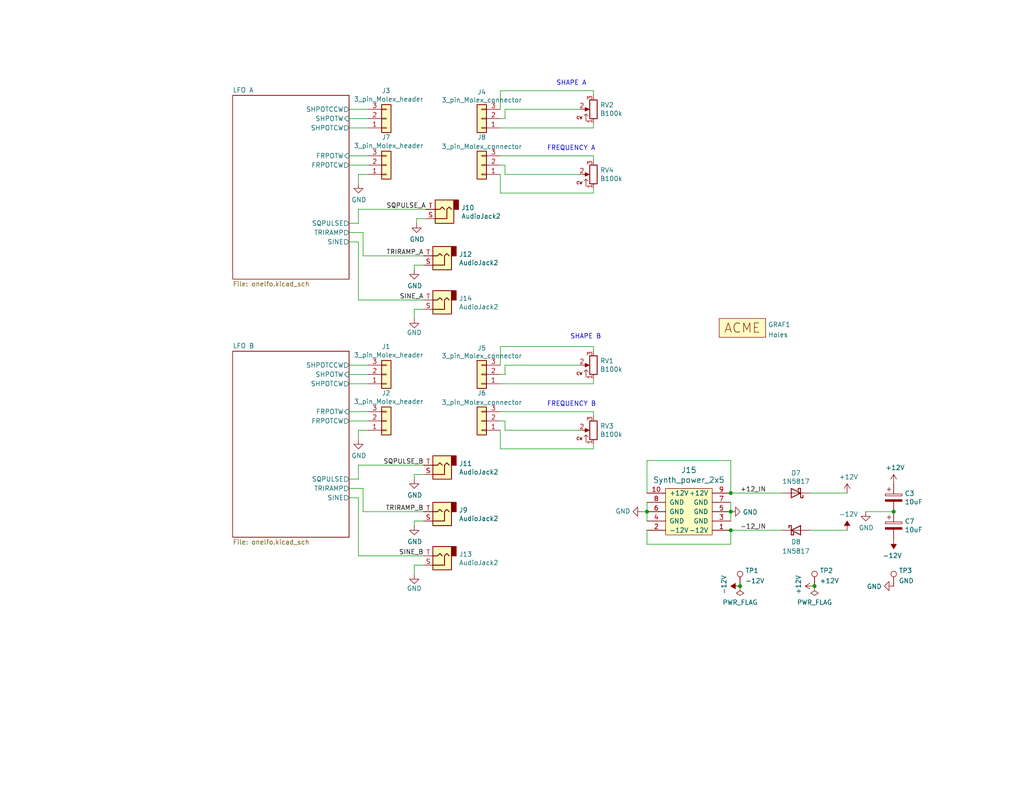
<source format=kicad_sch>
(kicad_sch (version 20211123) (generator eeschema)
  (paper "USLetter")
  (title_block (title "Variable waveshape LFO") (date "2022-03-28") (company "Rich Holmes / Analog Output") (comment 1 "Core based on https://kassu2000.blogspot.com/2015/10/variable-waveshape-lfo.html"))
  (lib_symbols
    (symbol "Connector:AudioJack2"
      (property "Reference" "J" (at 0 8.89 0))
      (property "Value" "AudioJack2" (at 0 6.35 0))
      (symbol "AudioJack2_0_1"
        (rectangle (start -3.81 0) (end -2.54 -2.54) (stroke (width 0.254)) (fill (type outline)))
        (rectangle (start -2.54 3.81) (end 2.54 -2.54) (stroke (width 0.254)) (fill (type background)))
        (polyline (pts (xy 0 0) (xy 0.635 -0.635) (xy 1.27 0) (xy 2.54 0)) (stroke (width 0.254)))
        (polyline (pts (xy 2.54 2.54) (xy -0.635 2.54) (xy -0.635 0) (xy -1.27 -0.635) (xy -1.905 0)) (stroke (width 0.254)))
      )
      (symbol "AudioJack2_1_1"
        (pin passive line (at 5.08 2.54 180) (length 2.54) (name "~") (number "S"))
        (pin passive line (at 5.08 0 180) (length 2.54) (name "~") (number "T"))
      )
    )
    (symbol "Device:D_Schottky" (pin_numbers hide) (pin_names (offset 1.016) hide)
      (property "Reference" "D" (at 0 2.54 0))
      (property "Value" "D_Schottky" (at 0 -2.54 0))
      (symbol "D_Schottky_0_1"
        (polyline (pts (xy 1.27 0) (xy -1.27 0)))
        (polyline (pts (xy 1.27 1.27) (xy 1.27 -1.27) (xy -1.27 0) (xy 1.27 1.27)) (stroke (width 0.254)))
        (polyline (pts (xy -1.905 0.635) (xy -1.905 1.27) (xy -1.27 1.27) (xy -1.27 -1.27) (xy -0.635 -1.27) (xy -0.635 -0.635)) (stroke (width 0.254)))
      )
      (symbol "D_Schottky_1_1"
        (pin passive line (at -3.81 0 0) (length 2.54) (name "K") (number "1"))
        (pin passive line (at 3.81 0 180) (length 2.54) (name "A") (number "2"))
      )
    )
    (symbol "ao_symbols:3_pin_Molex_connector" (pin_names (offset 1.016) hide) (on_board no)
      (property "Reference" "J" (at 0 5.08 0))
      (property "Value" "3_pin_Molex_connector" (at 0 -5.08 0))
      (symbol "3_pin_Molex_connector_1_1"
        (rectangle (start -1.27 -2.413) (end 0 -2.667) (stroke (width 0.1524)))
        (rectangle (start -1.27 0.127) (end 0 -0.127) (stroke (width 0.1524)))
        (rectangle (start -1.27 2.667) (end 0 2.413) (stroke (width 0.1524)))
        (rectangle (start -1.27 3.81) (end 1.27 -3.81) (stroke (width 0.254)) (fill (type background)))
        (pin passive line (at -5.08 2.54 0) (length 3.81) (name "Pin_1") (number "1"))
        (pin passive line (at -5.08 0 0) (length 3.81) (name "Pin_2") (number "2"))
        (pin passive line (at -5.08 -2.54 0) (length 3.81) (name "Pin_3") (number "3"))
      )
    )
    (symbol "ao_symbols:3_pin_Molex_header" (pin_names (offset 1.016) hide)
      (property "Reference" "J" (at 0 5.08 0))
      (property "Value" "3_pin_Molex_header" (at 0 -5.08 0))
      (symbol "3_pin_Molex_header_1_1"
        (rectangle (start -1.27 -2.413) (end 0 -2.667) (stroke (width 0.1524)))
        (rectangle (start -1.27 0.127) (end 0 -0.127) (stroke (width 0.1524)))
        (rectangle (start -1.27 2.667) (end 0 2.413) (stroke (width 0.1524)))
        (rectangle (start -1.27 3.81) (end 1.27 -3.81) (stroke (width 0.254)) (fill (type background)))
        (pin passive line (at -5.08 2.54 0) (length 3.81) (name "Pin_1") (number "1"))
        (pin passive line (at -5.08 0 0) (length 3.81) (name "Pin_2") (number "2"))
        (pin passive line (at -5.08 -2.54 0) (length 3.81) (name "Pin_3") (number "3"))
      )
    )
    (symbol "ao_symbols:CP" (pin_numbers hide) (pin_names (offset 0.254))
      (property "Reference" "C" (at 0.635 2.54 0))
      (property "Value" "CP" (at 0.635 -2.54 0))
      (symbol "CP_0_1"
        (rectangle (start -2.286 0.508) (end 2.286 1.016))
        (polyline (pts (xy -1.778 2.286) (xy -0.762 2.286)))
        (polyline (pts (xy -1.27 2.794) (xy -1.27 1.778)))
        (rectangle (start 2.286 -0.508) (end -2.286 -1.016) (fill (type outline)))
      )
      (symbol "CP_1_1"
        (pin passive line (at 0 3.81 270) (length 2.794) (name "~") (number "1"))
        (pin passive line (at 0 -3.81 90) (length 2.794) (name "~") (number "2"))
      )
    )
    (symbol "ao_symbols:Graphic" (pin_names (offset 1.016)) (in_bom no)
      (property "Reference" "GRAF" (at 0 -3.81 0))
      (property "Value" "Graphic" (at 0 3.81 0))
      (symbol "Graphic_0_0"
        (rectangle (start -6.35 2.54) (end 6.35 -2.54) (fill (type background)))
        (text "ACME" (at 0 0 0) (effects (font (size 2.54 2.54))))
      )
    )
    (symbol "ao_symbols:R_POT" (pin_names (offset 1.016) hide)
      (property "Reference" "RV" (at -4.445 0 90))
      (property "Value" "R_POT" (at -2.54 0 90))
      (symbol "R_POT_0_0"
        (text "CW" (at 3.81 -2.286 0) (effects (font (size 0.762 0.762))))
      )
      (symbol "R_POT_0_1"
        (rectangle (start -1.016 2.54) (end 1.016 -2.54) (stroke (width 0.254)))
        (polyline (pts (xy 2.032 -3.302) (xy 2.032 -1.27)) (stroke (width 0.1524)))
        (polyline (pts (xy 2.54 0) (xy 1.524 0)))
        (polyline (pts (xy 2.54 -1.778) (xy 2.032 -1.27) (xy 1.524 -1.778)) (stroke (width 0.1524)))
        (polyline (pts (xy 1.143 0) (xy 2.286 -0.508) (xy 2.286 0.508) (xy 1.143 0)) (fill (type outline)))
      )
      (symbol "R_POT_1_1"
        (pin passive line (at 0 -3.81 90) (length 1.27) (name "1") (number "1"))
        (pin passive line (at 3.81 0 180) (length 1.27) (name "2") (number "2"))
        (pin passive line (at 0 3.81 270) (length 1.27) (name "3") (number "3"))
      )
    )
    (symbol "ao_symbols:Synth_power_2x5" (pin_names (offset 1.016))
      (property "Reference" "J" (at 0 -7.62 0))
      (property "Value" "Synth_power_2x5" (at 0 7.62 0))
      (symbol "Synth_power_2x5_0_1"
        (rectangle (start -6.35 6.35) (end 6.35 -6.35) (fill (type background)))
      )
      (symbol "Synth_power_2x5_1_1"
        (pin power_out line (at 11.43 -5.08 180) (length 5.08) (name "-12V") (number "1"))
        (pin passive line (at -11.43 5.08 0) (length 5.08) (name "+12V") (number "10"))
        (pin passive line (at -11.43 -5.08 0) (length 5.08) (name "-12V") (number "2"))
        (pin power_out line (at 11.43 -2.54 180) (length 5.08) (name "GND") (number "3"))
        (pin passive line (at -11.43 -2.54 0) (length 5.08) (name "GND") (number "4"))
        (pin passive line (at 11.43 0 180) (length 5.08) (name "GND") (number "5"))
        (pin passive line (at -11.43 0 0) (length 5.08) (name "GND") (number "6"))
        (pin passive line (at 11.43 2.54 180) (length 5.08) (name "GND") (number "7"))
        (pin passive line (at -11.43 2.54 0) (length 5.08) (name "GND") (number "8"))
        (pin power_out line (at 11.43 5.08 180) (length 5.08) (name "+12V") (number "9"))
      )
    )
    (symbol "ao_symbols:TestPoint" (pin_numbers hide) (pin_names (offset 0.762) hide) (in_bom no)
      (property "Reference" "TP" (at 0 6.858 0))
      (property "Value" "TestPoint" (at 0 5.08 0))
      (symbol "TestPoint_0_1"
        (circle (center 0 3.302) (radius 0.762))
      )
      (symbol "TestPoint_1_1"
        (pin passive line (at 0 0 90) (length 2.54) (name "1") (number "1"))
      )
    )
    (symbol "power:+12V" (power) (pin_names (offset 0))
      (property "Value" "+12V" (at 0 3.556 0))
      (symbol "+12V_0_1"
        (polyline (pts (xy -0.762 1.27) (xy 0 2.54)))
        (polyline (pts (xy 0 0) (xy 0 2.54)))
        (polyline (pts (xy 0 2.54) (xy 0.762 1.27)))
      )
      (symbol "+12V_1_1"
        (pin power_in line (at 0 0 90) (length 0) hide (name "+12V") (number "1"))
      )
    )
    (symbol "power:-12V" (power) (pin_names (offset 0))
      (property "Value" "-12V" (at 0 3.81 0))
      (symbol "-12V_0_0"
        (pin power_in line (at 0 0 90) (length 0) hide (name "-12V") (number "1"))
      )
      (symbol "-12V_0_1"
        (polyline (pts (xy 0 0) (xy 0 1.27) (xy 0.762 1.27) (xy 0 2.54) (xy -0.762 1.27) (xy 0 1.27)) (fill (type outline)))
      )
    )
    (symbol "power:GND" (power) (pin_names (offset 0))
      (property "Value" "GND" (at 0 -3.81 0))
      (symbol "GND_0_1"
        (polyline (pts (xy 0 0) (xy 0 -1.27) (xy 1.27 -1.27) (xy 0 -2.54) (xy -1.27 -1.27) (xy 0 -1.27)))
      )
      (symbol "GND_1_1"
        (pin power_in line (at 0 0 270) (length 0) hide (name "GND") (number "1"))
      )
    )
    (symbol "power:PWR_FLAG" (power) (pin_numbers hide) (pin_names (offset 0) hide)
      (property "Value" "PWR_FLAG" (at 0 3.81 0))
      (symbol "PWR_FLAG_0_0"
        (pin power_out line (at 0 0 90) (length 0) (name "pwr") (number "1"))
      )
      (symbol "PWR_FLAG_0_1"
        (polyline (pts (xy 0 0) (xy 0 1.27) (xy -1.016 1.905) (xy 0 2.54) (xy 1.016 1.905) (xy 0 1.27)))
      )
    )
  )
  (junction (at 243.84 139.7))
  (junction (at 199.39 144.78))
  (junction (at 176.53 139.7))
  (junction (at 222.25 160.02))
  (junction (at 199.39 134.62))
  (junction (at 201.93 160.02))
  (junction (at 199.39 139.7))
  (wire (pts (xy 136.525 47.625) (xy 136.525 52.705)))
  (wire (pts (xy 113.03 154.305) (xy 115.57 154.305)))
  (wire (pts (xy 136.525 117.475) (xy 136.525 122.555)))
  (wire (pts (xy 161.925 104.775) (xy 161.925 103.505)))
  (wire (pts (xy 199.39 144.78) (xy 199.39 148.59)))
  (wire (pts (xy 95.25 99.695) (xy 100.33 99.695)))
  (wire (pts (xy 137.795 99.695) (xy 158.115 99.695)))
  (wire (pts (xy 97.79 151.765) (xy 115.57 151.765)))
  (wire (pts (xy 99.06 139.7) (xy 115.57 139.7)))
  (wire (pts (xy 137.795 47.625) (xy 137.795 45.085)))
  (wire (pts (xy 100.33 47.625) (xy 97.79 47.625)))
  (wire (pts (xy 161.925 42.545) (xy 161.925 43.815)))
  (wire (pts (xy 136.525 24.765) (xy 161.925 24.765)))
  (wire (pts (xy 95.25 29.845) (xy 100.33 29.845)))
  (wire (pts (xy 100.33 114.935) (xy 95.25 114.935)))
  (wire (pts (xy 100.33 104.775) (xy 95.25 104.775)))
  (wire (pts (xy 95.25 135.89) (xy 97.79 135.89)))
  (wire (pts (xy 97.79 57.15) (xy 97.79 60.96)))
  (wire (pts (xy 113.03 84.455) (xy 115.57 84.455)))
  (wire (pts (xy 115.57 72.39) (xy 113.03 72.39)))
  (wire (pts (xy 175.26 139.7) (xy 176.53 139.7)))
  (wire (pts (xy 220.98 134.62) (xy 231.14 134.62)))
  (wire (pts (xy 97.79 47.625) (xy 97.79 50.165)))
  (wire (pts (xy 176.53 148.59) (xy 176.53 144.78)))
  (wire (pts (xy 136.525 52.705) (xy 161.925 52.705)))
  (wire (pts (xy 95.25 112.395) (xy 100.33 112.395)))
  (wire (pts (xy 95.25 34.925) (xy 100.33 34.925)))
  (wire (pts (xy 113.03 156.845) (xy 113.03 154.305)))
  (wire (pts (xy 100.33 45.085) (xy 95.25 45.085)))
  (wire (pts (xy 199.39 125.73) (xy 199.39 134.62)))
  (wire (pts (xy 137.795 117.475) (xy 158.115 117.475)))
  (wire (pts (xy 97.79 66.04) (xy 97.79 81.915)))
  (wire (pts (xy 136.525 99.695) (xy 136.525 94.615)))
  (wire (pts (xy 136.525 104.775) (xy 161.925 104.775)))
  (wire (pts (xy 95.25 42.545) (xy 100.33 42.545)))
  (wire (pts (xy 161.925 24.765) (xy 161.925 26.035)))
  (wire (pts (xy 137.795 29.845) (xy 158.115 29.845)))
  (wire (pts (xy 199.39 148.59) (xy 176.53 148.59)))
  (wire (pts (xy 137.795 102.235) (xy 136.525 102.235)))
  (wire (pts (xy 95.25 60.96) (xy 97.79 60.96)))
  (wire (pts (xy 137.795 32.385) (xy 136.525 32.385)))
  (wire (pts (xy 113.03 86.995) (xy 113.03 84.455)))
  (wire (pts (xy 115.57 129.54) (xy 113.03 129.54)))
  (wire (pts (xy 161.925 112.395) (xy 161.925 113.665)))
  (wire (pts (xy 236.22 139.7) (xy 243.84 139.7)))
  (wire (pts (xy 99.06 133.35) (xy 99.06 139.7)))
  (wire (pts (xy 113.03 130.81) (xy 113.03 129.54)))
  (wire (pts (xy 97.79 130.81) (xy 95.25 130.81)))
  (wire (pts (xy 97.79 127) (xy 115.57 127)))
  (wire (pts (xy 176.53 139.7) (xy 176.53 137.16)))
  (wire (pts (xy 100.33 117.475) (xy 97.79 117.475)))
  (wire (pts (xy 136.525 29.845) (xy 136.525 24.765)))
  (wire (pts (xy 199.39 139.7) (xy 199.39 142.24)))
  (wire (pts (xy 97.79 117.475) (xy 97.79 120.015)))
  (wire (pts (xy 95.25 102.235) (xy 100.33 102.235)))
  (wire (pts (xy 97.79 81.915) (xy 115.57 81.915)))
  (wire (pts (xy 95.25 63.5) (xy 99.06 63.5)))
  (wire (pts (xy 137.795 45.085) (xy 136.525 45.085)))
  (wire (pts (xy 97.79 57.15) (xy 116.205 57.15)))
  (wire (pts (xy 137.795 117.475) (xy 137.795 114.935)))
  (wire (pts (xy 116.205 59.69) (xy 113.665 59.69)))
  (wire (pts (xy 161.925 94.615) (xy 161.925 95.885)))
  (wire (pts (xy 97.79 135.89) (xy 97.79 151.765)))
  (wire (pts (xy 176.53 142.24) (xy 176.53 139.7)))
  (wire (pts (xy 136.525 112.395) (xy 161.925 112.395)))
  (wire (pts (xy 199.39 134.62) (xy 213.36 134.62)))
  (wire (pts (xy 176.53 125.73) (xy 199.39 125.73)))
  (wire (pts (xy 115.57 142.24) (xy 113.03 142.24)))
  (wire (pts (xy 161.925 52.705) (xy 161.925 51.435)))
  (wire (pts (xy 220.98 144.78) (xy 231.14 144.78)))
  (wire (pts (xy 95.25 32.385) (xy 100.33 32.385)))
  (wire (pts (xy 137.795 47.625) (xy 158.115 47.625)))
  (wire (pts (xy 95.25 66.04) (xy 97.79 66.04)))
  (wire (pts (xy 113.03 143.51) (xy 113.03 142.24)))
  (wire (pts (xy 136.525 122.555) (xy 161.925 122.555)))
  (wire (pts (xy 113.665 60.96) (xy 113.665 59.69)))
  (wire (pts (xy 99.06 63.5) (xy 99.06 69.85)))
  (wire (pts (xy 199.39 144.78) (xy 213.36 144.78)))
  (wire (pts (xy 99.06 69.85) (xy 115.57 69.85)))
  (wire (pts (xy 137.795 114.935) (xy 136.525 114.935)))
  (wire (pts (xy 136.525 94.615) (xy 161.925 94.615)))
  (wire (pts (xy 113.03 73.66) (xy 113.03 72.39)))
  (wire (pts (xy 199.39 137.16) (xy 199.39 139.7)))
  (wire (pts (xy 137.795 99.695) (xy 137.795 102.235)))
  (wire (pts (xy 137.795 29.845) (xy 137.795 32.385)))
  (wire (pts (xy 176.53 134.62) (xy 176.53 125.73)))
  (wire (pts (xy 161.925 122.555) (xy 161.925 121.285)))
  (wire (pts (xy 136.525 34.925) (xy 161.925 34.925)))
  (wire (pts (xy 95.25 133.35) (xy 99.06 133.35)))
  (wire (pts (xy 136.525 42.545) (xy 161.925 42.545)))
  (wire (pts (xy 97.79 127) (xy 97.79 130.81)))
  (wire (pts (xy 161.925 34.925) (xy 161.925 33.655)))
  (text "SHAPE A" (at 151.765 23.495 0) (effects (font (size 1.27 1.27)) (justify left bottom)))
  (text "FREQUENCY B" (at 149.225 111.125 0) (effects (font (size 1.27 1.27)) (justify left bottom)))
  (text "SHAPE B" (at 155.575 92.71 0) (effects (font (size 1.27 1.27)) (justify left bottom)))
  (text "FREQUENCY A" (at 149.225 41.275 0) (effects (font (size 1.27 1.27)) (justify left bottom)))
  (label "SINE_B" (at 115.57 151.765 180))
  (label "+12_IN" (at 201.93 134.62 0))
  (label "SQPULSE_B" (at 115.57 127 180))
  (label "TRIRAMP_B" (at 115.57 139.7 180))
  (label "TRIRAMP_A" (at 115.57 69.85 180))
  (label "SINE_A" (at 115.57 81.915 180))
  (label "SQPULSE_A" (at 116.205 57.15 180))
  (label "-12_IN" (at 201.93 144.78 0))
  (symbol (lib_id "Device:D_Schottky") (at 217.17 134.62 180) (unit 1)
    (property "Reference" "D7" (at 217.17 129.1336 0))
    (property "Value" "1N5817" (at 217.17 131.445 0))
    (property "Footprint" "ao_tht:D_DO-41_SOD81_P10.16mm_Horizontal" (effects hide))
  )
  (symbol (lib_id "ao_symbols:CP") (at 243.84 135.89 0) (unit 1)
    (property "Reference" "C3" (at 246.8372 134.7216 0) (effects (justify left)))
    (property "Value" "10uF" (at 246.8372 137.033 0) (effects (justify left)))
    (property "Footprint" "ao_tht:CP_Radial_D6.3mm_P2.50mm" (effects hide))
    (property "Vendor" "Tayda" (effects hide))
  )
  (symbol (lib_id "ao_symbols:CP") (at 243.84 143.51 0) (unit 1)
    (property "Reference" "C7" (at 246.8372 142.3416 0) (effects (justify left)))
    (property "Value" "10uF" (at 246.8372 144.653 0) (effects (justify left)))
    (property "Footprint" "ao_tht:CP_Radial_D6.3mm_P2.50mm" (effects hide))
    (property "Vendor" "Tayda" (effects hide))
  )
  (symbol (lib_id "power:GND") (at 236.22 139.7 0) (unit 1)
    (property "Reference" "#PWR036" (effects hide))
    (property "Value" "GND" (at 236.347 144.0942 0))
  )
  (symbol (lib_id "power:GND") (at 199.39 139.7 90) (mirror x) (unit 1)
    (property "Reference" "#PWR035" (effects hide))
    (property "Value" "GND" (at 202.6412 139.827 90) (effects (justify right)))
  )
  (symbol (lib_id "power:+12V") (at 231.14 134.62 0) (unit 1)
    (property "Reference" "#PWR033" (effects hide))
    (property "Value" "+12V" (at 231.521 130.2258 0))
  )
  (symbol (lib_id "power:+12V") (at 243.84 132.08 0) (unit 1)
    (property "Reference" "#PWR029" (effects hide))
    (property "Value" "+12V" (at 244.221 127.6858 0))
  )
  (symbol (lib_id "power:-12V") (at 231.14 144.78 0) (unit 1)
    (property "Reference" "#PWR040" (effects hide))
    (property "Value" "-12V" (at 231.521 140.3858 0))
  )
  (symbol (lib_id "power:-12V") (at 243.84 147.32 180) (unit 1)
    (property "Reference" "#PWR041" (effects hide))
    (property "Value" "-12V" (at 243.459 151.7142 0))
  )
  (symbol (lib_id "Device:D_Schottky") (at 217.17 144.78 0) (unit 1)
    (property "Reference" "D8" (at 217.17 147.955 0))
    (property "Value" "1N5817" (at 217.17 150.495 0))
    (property "Footprint" "ao_tht:D_DO-41_SOD81_P10.16mm_Horizontal" (effects hide))
  )
  (symbol (lib_id "ao_symbols:R_POT") (at 161.925 29.845 0) (mirror y) (unit 1) (on_board no)
    (property "Reference" "RV2" (at 163.703 28.6766 0) (effects (justify right)))
    (property "Value" "B100k" (at 163.703 30.988 0) (effects (justify right)))
    (property "Footprint" "ao_tht:Potentiometer_Alpha_16mm_Single_Vertical" (effects hide))
    (property "Vendor" "Tayda" (effects hide))
  )
  (symbol (lib_id "power:GND") (at 97.79 50.165 0) (unit 1)
    (property "Reference" "#PWR02" (effects hide))
    (property "Value" "GND" (at 97.917 54.5592 0))
  )
  (symbol (lib_id "ao_symbols:Synth_power_2x5") (at 187.96 139.7 0) (unit 1)
    (property "Reference" "J15" (at 187.96 128.3462 0) (effects (font (size 1.524 1.524))))
    (property "Value" "Synth_power_2x5" (at 187.96 131.0386 0) (effects (font (size 1.524 1.524))))
    (property "Footprint" "ao_tht:Power_Header" (effects hide))
    (property "Vendor" "Tayda" (effects hide))
    (property "SKU" "A-2939" (effects hide))
  )
  (symbol (lib_id "power:GND") (at 175.26 139.7 270) (mirror x) (unit 1)
    (property "Reference" "#PWR034" (effects hide))
    (property "Value" "GND" (at 172.0088 139.573 90) (effects (justify right)))
  )
  (symbol (lib_id "ao_symbols:R_POT") (at 161.925 47.625 0) (mirror y) (unit 1) (on_board no)
    (property "Reference" "RV4" (at 163.703 46.4566 0) (effects (justify right)))
    (property "Value" "B100k" (at 163.703 48.768 0) (effects (justify right)))
    (property "Footprint" "ao_tht:Potentiometer_Alpha_16mm_Single_Vertical" (effects hide))
    (property "Vendor" "Tayda" (effects hide))
  )
  (symbol (lib_id "power:GND") (at 113.03 143.51 0) (unit 1)
    (property "Reference" "#PWR023" (effects hide))
    (property "Value" "GND" (at 113.157 147.9042 0))
  )
  (symbol (lib_id "ao_symbols:3_pin_Molex_header") (at 105.41 45.085 0) (mirror x) (unit 1)
    (property "Reference" "J7" (at 104.14 37.465 0) (effects (justify left)))
    (property "Value" "3_pin_Molex_header" (at 96.52 39.7699 0) (effects (justify left)))
    (property "Footprint" "ao_tht:Molex_KK-254_AE-6410-03A_1x03_P2.54mm_Vertical" (effects hide))
    (property "Vendor" "Tayda" (effects hide))
    (property "SKU" "A-805" (effects hide))
  )
  (symbol (lib_id "Connector:AudioJack2") (at 121.285 57.15 180) (unit 1)
    (property "Reference" "J10" (at 125.857 56.7182 0) (effects (justify right)))
    (property "Value" "AudioJack2" (at 125.857 59.0296 0) (effects (justify right)))
    (property "Footprint" "ao_tht:Jack_6.35mm_PJ_629HAN" (effects hide))
  )
  (symbol (lib_id "ao_symbols:R_POT") (at 161.925 99.695 0) (mirror y) (unit 1) (on_board no)
    (property "Reference" "RV1" (at 163.703 98.5266 0) (effects (justify right)))
    (property "Value" "B100k" (at 163.703 100.838 0) (effects (justify right)))
    (property "Footprint" "ao_tht:Potentiometer_Alpha_16mm_Single_Vertical" (effects hide))
    (property "Vendor" "Tayda" (effects hide))
  )
  (symbol (lib_id "Connector:AudioJack2") (at 120.65 151.765 180) (unit 1)
    (property "Reference" "J13" (at 125.222 151.3332 0) (effects (justify right)))
    (property "Value" "AudioJack2" (at 125.222 153.6446 0) (effects (justify right)))
    (property "Footprint" "ao_tht:Jack_6.35mm_PJ_629HAN" (effects hide))
  )
  (symbol (lib_id "power:GND") (at 113.03 73.66 0) (unit 1)
    (property "Reference" "#PWR012" (effects hide))
    (property "Value" "GND" (at 113.157 78.0542 0))
  )
  (symbol (lib_id "power:-12V") (at 201.93 160.02 90) (unit 1)
    (property "Reference" "#PWR045" (effects hide))
    (property "Value" "-12V" (at 197.5358 159.639 0))
  )
  (symbol (lib_id "power:+12V") (at 222.25 160.02 90) (unit 1)
    (property "Reference" "#PWR046" (effects hide))
    (property "Value" "+12V" (at 217.8558 159.639 0))
  )
  (symbol (lib_id "ao_symbols:R_POT") (at 161.925 117.475 0) (mirror y) (unit 1) (on_board no)
    (property "Reference" "RV3" (at 163.703 116.3066 0) (effects (justify right)))
    (property "Value" "B100k" (at 163.703 118.618 0) (effects (justify right)))
    (property "Footprint" "ao_tht:Potentiometer_Alpha_16mm_Single_Vertical" (effects hide))
    (property "Vendor" "Tayda" (effects hide))
  )
  (symbol (lib_id "power:PWR_FLAG") (at 222.25 160.02 180) (unit 1)
    (property "Reference" "#FLG02" (effects hide))
    (property "Value" "PWR_FLAG" (at 222.25 164.4634 0))
  )
  (symbol (lib_id "ao_symbols:3_pin_Molex_connector") (at 131.445 45.085 180) (unit 1) (on_board no)
    (property "Reference" "J8" (at 131.445 37.465 0))
    (property "Value" "3_pin_Molex_connector" (at 131.445 40.005 0))
    (property "Footprint" "ao_tht:Molex_KK-254_AE-6410-03A_1x03_P2.54mm_Vertical" (effects hide))
    (property "Vendor" "Tayda" (effects hide))
    (property "SKU" "A-827" (effects hide))
  )
  (symbol (lib_id "ao_symbols:3_pin_Molex_connector") (at 131.445 114.935 180) (unit 1) (on_board no)
    (property "Reference" "J6" (at 131.445 107.315 0))
    (property "Value" "3_pin_Molex_connector" (at 131.445 109.855 0))
    (property "Footprint" "ao_tht:Molex_KK-254_AE-6410-03A_1x03_P2.54mm_Vertical" (effects hide))
    (property "Vendor" "Tayda" (effects hide))
    (property "SKU" "A-827" (effects hide))
  )
  (symbol (lib_id "power:GND") (at 243.84 160.02 270) (unit 1)
    (property "Reference" "#PWR047" (effects hide))
    (property "Value" "GND" (at 240.5888 160.147 90) (effects (justify right)))
  )
  (symbol (lib_id "ao_symbols:3_pin_Molex_connector") (at 131.445 102.235 180) (unit 1) (on_board no)
    (property "Reference" "J5" (at 131.445 95.0149 0))
    (property "Value" "3_pin_Molex_connector" (at 131.445 97.155 0))
    (property "Footprint" "ao_tht:Molex_KK-254_AE-6410-03A_1x03_P2.54mm_Vertical" (effects hide))
    (property "Vendor" "Tayda" (effects hide))
    (property "SKU" "A-827" (effects hide))
  )
  (symbol (lib_id "power:GND") (at 97.79 120.015 0) (unit 1)
    (property "Reference" "#PWR01" (effects hide))
    (property "Value" "GND" (at 97.917 124.4092 0))
  )
  (symbol (lib_id "ao_symbols:3_pin_Molex_header") (at 105.41 114.935 0) (mirror x) (unit 1)
    (property "Reference" "J2" (at 104.14 107.315 0) (effects (justify left)))
    (property "Value" "3_pin_Molex_header" (at 96.52 109.6199 0) (effects (justify left)))
    (property "Footprint" "ao_tht:Molex_KK-254_AE-6410-03A_1x03_P2.54mm_Vertical" (effects hide))
    (property "Vendor" "Tayda" (effects hide))
    (property "SKU" "A-805" (effects hide))
  )
  (symbol (lib_id "power:GND") (at 113.665 60.96 0) (unit 1)
    (property "Reference" "#PWR010" (effects hide))
    (property "Value" "GND" (at 113.792 65.3542 0))
  )
  (symbol (lib_id "ao_symbols:TestPoint") (at 201.93 160.02 0) (unit 1)
    (property "Reference" "TP1" (at 203.327 155.8095 0) (effects (justify left)))
    (property "Value" "-12V" (at 203.327 158.5846 0) (effects (justify left)))
    (property "Footprint" "ao_tht:TestPoint_THTPad_D1.5mm_Drill0.7mm" (effects hide))
    (property "Config" "DNF" (effects hide))
  )
  (symbol (lib_id "ao_symbols:TestPoint") (at 243.84 160.02 0) (unit 1)
    (property "Reference" "TP3" (at 245.237 155.8095 0) (effects (justify left)))
    (property "Value" "GND" (at 245.237 158.5846 0) (effects (justify left)))
    (property "Footprint" "ao_tht:TestPoint_THTPad_D1.5mm_Drill0.7mm" (effects hide))
    (property "Config" "DNF" (effects hide))
  )
  (symbol (lib_id "ao_symbols:3_pin_Molex_header") (at 105.41 32.385 0) (mirror x) (unit 1)
    (property "Reference" "J3" (at 104.14 24.765 0) (effects (justify left)))
    (property "Value" "3_pin_Molex_header" (at 96.52 27.0699 0) (effects (justify left)))
    (property "Footprint" "ao_tht:Molex_KK-254_AE-6410-03A_1x03_P2.54mm_Vertical" (effects hide))
    (property "Vendor" "Tayda" (effects hide))
    (property "SKU" "A-805" (effects hide))
  )
  (symbol (lib_id "power:GND") (at 113.03 156.845 0) (unit 1)
    (property "Reference" "#PWR027" (effects hide))
    (property "Value" "GND" (at 113.03 160.655 0))
  )
  (symbol (lib_id "Connector:AudioJack2") (at 120.65 69.85 180) (unit 1)
    (property "Reference" "J12" (at 125.222 69.4182 0) (effects (justify right)))
    (property "Value" "AudioJack2" (at 125.222 71.7296 0) (effects (justify right)))
    (property "Footprint" "ao_tht:Jack_6.35mm_PJ_629HAN" (effects hide))
  )
  (symbol (lib_id "power:PWR_FLAG") (at 201.93 160.02 180) (unit 1)
    (property "Reference" "#FLG01" (effects hide))
    (property "Value" "PWR_FLAG" (at 201.93 164.4634 0))
  )
  (symbol (lib_id "Connector:AudioJack2") (at 120.65 127 180) (unit 1)
    (property "Reference" "J11" (at 125.222 126.5682 0) (effects (justify right)))
    (property "Value" "AudioJack2" (at 125.222 128.8796 0) (effects (justify right)))
    (property "Footprint" "ao_tht:Jack_6.35mm_PJ_629HAN" (effects hide))
  )
  (symbol (lib_id "Connector:AudioJack2") (at 120.65 81.915 180) (unit 1)
    (property "Reference" "J14" (at 125.222 81.4832 0) (effects (justify right)))
    (property "Value" "AudioJack2" (at 125.222 83.7946 0) (effects (justify right)))
    (property "Footprint" "ao_tht:Jack_6.35mm_PJ_629HAN" (effects hide))
  )
  (symbol (lib_id "ao_symbols:TestPoint") (at 222.25 160.02 0) (unit 1)
    (property "Reference" "TP2" (at 223.647 155.8095 0) (effects (justify left)))
    (property "Value" "+12V" (at 223.647 158.5846 0) (effects (justify left)))
    (property "Footprint" "ao_tht:TestPoint_THTPad_D1.5mm_Drill0.7mm" (effects hide))
    (property "Config" "DNF" (effects hide))
  )
  (symbol (lib_id "power:GND") (at 113.03 130.81 0) (unit 1)
    (property "Reference" "#PWR021" (effects hide))
    (property "Value" "GND" (at 113.157 135.2042 0))
  )
  (symbol (lib_id "ao_symbols:3_pin_Molex_connector") (at 131.445 32.385 180) (unit 1) (on_board no)
    (property "Reference" "J4" (at 131.445 25.1649 0))
    (property "Value" "3_pin_Molex_connector" (at 131.445 27.305 0))
    (property "Footprint" "ao_tht:Molex_KK-254_AE-6410-03A_1x03_P2.54mm_Vertical" (effects hide))
    (property "Vendor" "Tayda" (effects hide))
    (property "SKU" "A-827" (effects hide))
  )
  (symbol (lib_id "Connector:AudioJack2") (at 120.65 139.7 180) (unit 1)
    (property "Reference" "J9" (at 125.222 139.2682 0) (effects (justify right)))
    (property "Value" "AudioJack2" (at 125.222 141.5796 0) (effects (justify right)))
    (property "Footprint" "ao_tht:Jack_6.35mm_PJ_629HAN" (effects hide))
  )
  (symbol (lib_id "ao_symbols:3_pin_Molex_header") (at 105.41 102.235 0) (mirror x) (unit 1)
    (property "Reference" "J1" (at 104.14 94.615 0) (effects (justify left)))
    (property "Value" "3_pin_Molex_header" (at 96.52 96.9199 0) (effects (justify left)))
    (property "Footprint" "ao_tht:Molex_KK-254_AE-6410-03A_1x03_P2.54mm_Vertical" (effects hide))
    (property "Vendor" "Tayda" (effects hide))
    (property "SKU" "A-805" (effects hide))
  )
  (symbol (lib_id "power:GND") (at 113.03 86.995 0) (unit 1)
    (property "Reference" "#PWR020" (effects hide))
    (property "Value" "GND" (at 113.03 90.805 0))
  )
  (symbol (lib_id "ao_symbols:Graphic") (at 202.565 89.535 0) (unit 1)
    (property "Reference" "GRAF1" (at 209.55 88.6265 0) (effects (justify left)))
    (property "Value" "Holes" (at 209.55 91.4016 0) (effects (justify left)))
    (property "Footprint" "kdlfo:kdlfo_panel_holes" (effects hide))
    (property "Config" "DNF" (effects hide))
  )
  (sheet (at 63.5 95.885) (size 31.75 50.8) (stroke (width 0.1524))
    (property "Sheet name" "LFO B" (at 63.5 95.1734 0) (effects (justify left bottom)))
    (property "Sheet file" "onelfo.kicad_sch" (at 63.5 147.2696 0) (effects (justify left top)))
    (pin "FRPOTW" input (at 95.25 112.395 0))
    (pin "FRPOTCW" output (at 95.25 114.935 0))
    (pin "SHPOTCW" output (at 95.25 104.775 0))
    (pin "SHPOTW" input (at 95.25 102.235 0))
    (pin "SHPOTCCW" output (at 95.25 99.695 0))
    (pin "SINE" output (at 95.25 135.89 0))
    (pin "TRIRAMP" output (at 95.25 133.35 0))
    (pin "SQPULSE" output (at 95.25 130.81 0))
  )
  (sheet (at 63.5 26.035) (size 31.75 50.165) (stroke (width 0.1524))
    (property "Sheet name" "LFO A" (at 63.5 25.3234 0) (effects (justify left bottom)))
    (property "Sheet file" "onelfo.kicad_sch" (at 63.5 76.7846 0) (effects (justify left top)))
    (pin "FRPOTW" input (at 95.25 42.545 0))
    (pin "FRPOTCW" output (at 95.25 45.085 0))
    (pin "SHPOTCW" output (at 95.25 34.925 0))
    (pin "SHPOTW" input (at 95.25 32.385 0))
    (pin "SHPOTCCW" output (at 95.25 29.845 0))
    (pin "SINE" output (at 95.25 66.04 0))
    (pin "TRIRAMP" output (at 95.25 63.5 0))
    (pin "SQPULSE" output (at 95.25 60.96 0))
  )
)
</source>
